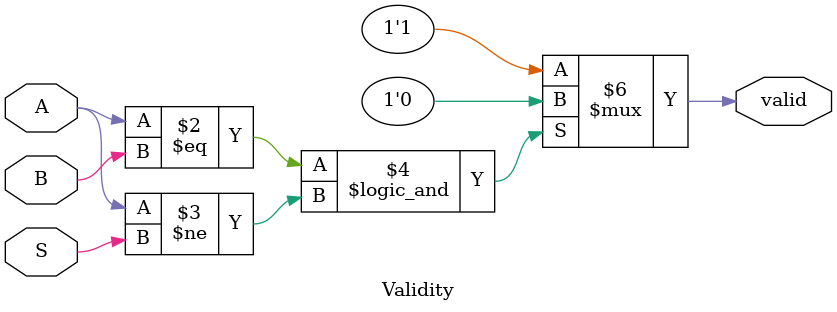
<source format=sv>
`timescale 1ns / 1ps


module Validity(
    input A,
    input B,
    input S,
    output logic valid
    );
    
always_comb
begin
    if (A == B && A != S)
        begin
            valid = 0;
        end
    else
        begin
            valid = 1;
        end
end
endmodule

</source>
